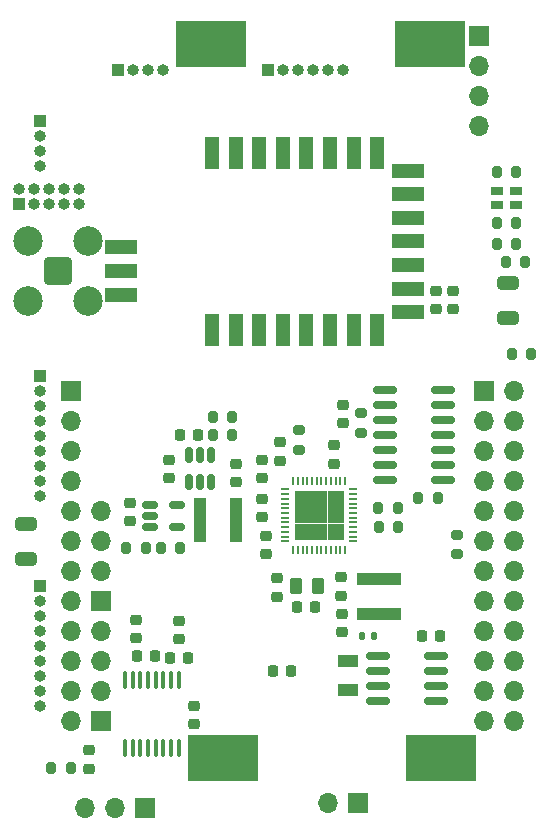
<source format=gts>
G04 #@! TF.GenerationSoftware,KiCad,Pcbnew,7.0.11-7.0.11~ubuntu23.10.1*
G04 #@! TF.CreationDate,2024-06-16T14:32:52+02:00*
G04 #@! TF.ProjectId,WiRoc_NanoPi,5769526f-635f-44e6-916e-6f50692e6b69,rev?*
G04 #@! TF.SameCoordinates,Original*
G04 #@! TF.FileFunction,Soldermask,Top*
G04 #@! TF.FilePolarity,Negative*
%FSLAX46Y46*%
G04 Gerber Fmt 4.6, Leading zero omitted, Abs format (unit mm)*
G04 Created by KiCad (PCBNEW 7.0.11-7.0.11~ubuntu23.10.1) date 2024-06-16 14:32:52*
%MOMM*%
%LPD*%
G01*
G04 APERTURE LIST*
G04 Aperture macros list*
%AMRoundRect*
0 Rectangle with rounded corners*
0 $1 Rounding radius*
0 $2 $3 $4 $5 $6 $7 $8 $9 X,Y pos of 4 corners*
0 Add a 4 corners polygon primitive as box body*
4,1,4,$2,$3,$4,$5,$6,$7,$8,$9,$2,$3,0*
0 Add four circle primitives for the rounded corners*
1,1,$1+$1,$2,$3*
1,1,$1+$1,$4,$5*
1,1,$1+$1,$6,$7*
1,1,$1+$1,$8,$9*
0 Add four rect primitives between the rounded corners*
20,1,$1+$1,$2,$3,$4,$5,0*
20,1,$1+$1,$4,$5,$6,$7,0*
20,1,$1+$1,$6,$7,$8,$9,0*
20,1,$1+$1,$8,$9,$2,$3,0*%
G04 Aperture macros list end*
%ADD10RoundRect,0.150000X-0.512500X-0.150000X0.512500X-0.150000X0.512500X0.150000X-0.512500X0.150000X0*%
%ADD11RoundRect,0.225000X-0.250000X0.225000X-0.250000X-0.225000X0.250000X-0.225000X0.250000X0.225000X0*%
%ADD12RoundRect,0.200000X-0.200000X-0.275000X0.200000X-0.275000X0.200000X0.275000X-0.200000X0.275000X0*%
%ADD13RoundRect,0.250000X0.650000X-0.325000X0.650000X0.325000X-0.650000X0.325000X-0.650000X-0.325000X0*%
%ADD14R,1.200000X2.800000*%
%ADD15R,2.800000X1.200000*%
%ADD16R,6.000000X4.000000*%
%ADD17R,1.700000X1.700000*%
%ADD18O,1.700000X1.700000*%
%ADD19RoundRect,0.200000X0.200000X0.275000X-0.200000X0.275000X-0.200000X-0.275000X0.200000X-0.275000X0*%
%ADD20RoundRect,0.225000X0.250000X-0.225000X0.250000X0.225000X-0.250000X0.225000X-0.250000X-0.225000X0*%
%ADD21O,0.700000X0.200000*%
%ADD22O,0.200000X0.700000*%
%ADD23R,1.400000X1.400000*%
%ADD24RoundRect,0.200000X-0.275000X0.200000X-0.275000X-0.200000X0.275000X-0.200000X0.275000X0.200000X0*%
%ADD25R,3.700000X1.100000*%
%ADD26RoundRect,0.225000X-0.225000X-0.250000X0.225000X-0.250000X0.225000X0.250000X-0.225000X0.250000X0*%
%ADD27RoundRect,0.250000X0.262500X0.450000X-0.262500X0.450000X-0.262500X-0.450000X0.262500X-0.450000X0*%
%ADD28RoundRect,0.225000X0.225000X0.250000X-0.225000X0.250000X-0.225000X-0.250000X0.225000X-0.250000X0*%
%ADD29R,1.000000X0.720000*%
%ADD30RoundRect,0.250000X-0.650000X0.325000X-0.650000X-0.325000X0.650000X-0.325000X0.650000X0.325000X0*%
%ADD31RoundRect,0.100000X-0.100000X0.637500X-0.100000X-0.637500X0.100000X-0.637500X0.100000X0.637500X0*%
%ADD32RoundRect,0.140000X0.140000X0.170000X-0.140000X0.170000X-0.140000X-0.170000X0.140000X-0.170000X0*%
%ADD33R,1.000000X1.000000*%
%ADD34O,1.000000X1.000000*%
%ADD35RoundRect,0.150000X-0.825000X-0.150000X0.825000X-0.150000X0.825000X0.150000X-0.825000X0.150000X0*%
%ADD36R,1.800000X1.000000*%
%ADD37RoundRect,0.200000X0.275000X-0.200000X0.275000X0.200000X-0.275000X0.200000X-0.275000X-0.200000X0*%
%ADD38R,1.100000X3.700000*%
%ADD39RoundRect,0.150000X-0.150000X0.512500X-0.150000X-0.512500X0.150000X-0.512500X0.150000X0.512500X0*%
%ADD40RoundRect,0.200100X-0.949900X0.949900X-0.949900X-0.949900X0.949900X-0.949900X0.949900X0.949900X0*%
%ADD41C,2.500000*%
G04 APERTURE END LIST*
D10*
G04 #@! TO.C,U5*
X11271200Y23570400D03*
X11271200Y22620400D03*
X11271200Y21670400D03*
X13546200Y21670400D03*
X13546200Y23570400D03*
G04 #@! TD*
D11*
G04 #@! TO.C,C7*
X6120000Y2781600D03*
X6120000Y1231600D03*
G04 #@! TD*
G04 #@! TO.C,C14*
X9563530Y23714680D03*
X9563530Y22164680D03*
G04 #@! TD*
D12*
G04 #@! TO.C,R9*
X9252400Y19928000D03*
X10902400Y19928000D03*
G04 #@! TD*
D13*
G04 #@! TO.C,C15*
X762000Y18972000D03*
X762000Y21922000D03*
G04 #@! TD*
D12*
G04 #@! TO.C,R4*
X2882000Y1295400D03*
X4532000Y1295400D03*
G04 #@! TD*
D14*
G04 #@! TO.C,U1*
X16500000Y38364800D03*
X18500000Y38364800D03*
X20500000Y38364800D03*
X22500000Y38364800D03*
X24500000Y38364800D03*
X26500000Y38364800D03*
X28500000Y38364800D03*
X30500000Y38364800D03*
D15*
X33100000Y39864800D03*
X33100000Y41864800D03*
X33100000Y43864800D03*
X33100000Y45864800D03*
X33100000Y47864800D03*
X33100000Y49864800D03*
X33100000Y51864800D03*
D14*
X30500000Y53364800D03*
X28500000Y53364800D03*
X26500000Y53364800D03*
X24500000Y53364800D03*
X22500000Y53364800D03*
X20500000Y53364800D03*
X18500000Y53364800D03*
X16500000Y53364800D03*
D15*
X8800000Y45364800D03*
X8800000Y43364800D03*
X8800000Y41364800D03*
G04 #@! TD*
D16*
G04 #@! TO.C,U6*
X16430000Y62600000D03*
X34930000Y62600000D03*
G04 #@! TD*
G04 #@! TO.C,U7*
X17430000Y2100000D03*
X35930000Y2100000D03*
G04 #@! TD*
D17*
G04 #@! TO.C,J6*
X10790000Y-2100000D03*
D18*
X8250000Y-2100000D03*
X5710000Y-2100000D03*
G04 #@! TD*
D19*
G04 #@! TO.C,R10*
X13823400Y19902600D03*
X12173400Y19902600D03*
G04 #@! TD*
G04 #@! TO.C,R12*
X43525000Y36300000D03*
X41875000Y36300000D03*
G04 #@! TD*
G04 #@! TO.C,R3*
X32258700Y21660100D03*
X30608700Y21660100D03*
G04 #@! TD*
D20*
G04 #@! TO.C,C10*
X22021800Y15785800D03*
X22021800Y17335800D03*
G04 #@! TD*
D21*
G04 #@! TO.C,U3*
X28470200Y20473600D03*
X28470200Y20873600D03*
X28470200Y21273600D03*
X28470200Y21673600D03*
X28470200Y22073600D03*
X28470200Y22473600D03*
X28470200Y22873600D03*
X28470200Y23273600D03*
X28470200Y23673600D03*
X28470200Y24073600D03*
X28470200Y24473600D03*
X28470200Y24873600D03*
D22*
X27770200Y25573600D03*
X27370200Y25573600D03*
X26970200Y25573600D03*
X26570200Y25573600D03*
X26170200Y25573600D03*
X25770200Y25573600D03*
X25370200Y25573600D03*
X24970200Y25573600D03*
X24570200Y25573600D03*
X24170200Y25573600D03*
X23770200Y25573600D03*
X23370200Y25573600D03*
D21*
X22670200Y24873600D03*
X22670200Y24473600D03*
X22670200Y24073600D03*
X22670200Y23673600D03*
X22670200Y23273600D03*
X22670200Y22873600D03*
X22670200Y22473600D03*
X22670200Y22073600D03*
X22670200Y21673600D03*
X22670200Y21273600D03*
X22670200Y20873600D03*
X22670200Y20473600D03*
D22*
X23370200Y19773600D03*
X23770200Y19773600D03*
X24170200Y19773600D03*
X24570200Y19773600D03*
X24970200Y19773600D03*
X25370200Y19773600D03*
X25770200Y19773600D03*
X26170200Y19773600D03*
X26570200Y19773600D03*
X26970200Y19773600D03*
X27370200Y19773600D03*
X27770200Y19773600D03*
D23*
X26970200Y21273600D03*
X26970200Y22673600D03*
X26970200Y24073600D03*
X25570200Y21273600D03*
X25570200Y22673600D03*
X25570200Y24073600D03*
X24170200Y21273600D03*
X24170200Y22673600D03*
X24170200Y24073600D03*
G04 #@! TD*
D24*
G04 #@! TO.C,R2*
X23876000Y29882600D03*
X23876000Y28232600D03*
G04 #@! TD*
D20*
G04 #@! TO.C,C5*
X20726400Y22542200D03*
X20726400Y24092200D03*
G04 #@! TD*
D19*
G04 #@! TO.C,R1*
X32246700Y23299600D03*
X30596700Y23299600D03*
G04 #@! TD*
D25*
G04 #@! TO.C,L1*
X30632400Y17324200D03*
X30632400Y14324200D03*
G04 #@! TD*
D11*
G04 #@! TO.C,C4*
X21056600Y20917200D03*
X21056600Y19367200D03*
G04 #@! TD*
D20*
G04 #@! TO.C,C11*
X27482800Y12814000D03*
X27482800Y14364000D03*
G04 #@! TD*
D26*
G04 #@! TO.C,C9*
X23710600Y14935200D03*
X25260600Y14935200D03*
G04 #@! TD*
D20*
G04 #@! TO.C,C1*
X26840000Y27055000D03*
X26840000Y28605000D03*
G04 #@! TD*
G04 #@! TO.C,C6*
X22301200Y27317400D03*
X22301200Y28867400D03*
G04 #@! TD*
D27*
G04 #@! TO.C,R5*
X25474300Y16687800D03*
X23649300Y16687800D03*
G04 #@! TD*
D28*
G04 #@! TO.C,C3*
X23175000Y9525000D03*
X21625000Y9525000D03*
G04 #@! TD*
D19*
G04 #@! TO.C,R11*
X43025000Y44100000D03*
X41375000Y44100000D03*
G04 #@! TD*
D11*
G04 #@! TO.C,C18*
X36900000Y41675000D03*
X36900000Y40125000D03*
G04 #@! TD*
D19*
G04 #@! TO.C,R6*
X42272740Y47400500D03*
X40622740Y47400500D03*
G04 #@! TD*
G04 #@! TO.C,R13*
X42242260Y51756600D03*
X40592260Y51756600D03*
G04 #@! TD*
G04 #@! TO.C,R14*
X42282900Y45678380D03*
X40632900Y45678380D03*
G04 #@! TD*
D29*
G04 #@! TO.C,D1*
X42252820Y48964420D03*
X40652820Y48964420D03*
X40652820Y50144420D03*
X42252820Y50144420D03*
G04 #@! TD*
D30*
G04 #@! TO.C,C17*
X41560000Y42375000D03*
X41560000Y39425000D03*
G04 #@! TD*
D11*
G04 #@! TO.C,C16*
X35500000Y41675000D03*
X35500000Y40125000D03*
G04 #@! TD*
D17*
G04 #@! TO.C,U2*
X39128000Y63240000D03*
D18*
X39128000Y60700000D03*
X39128000Y58160000D03*
X39128000Y55620000D03*
G04 #@! TD*
D20*
G04 #@! TO.C,C2*
X20751800Y25818800D03*
X20751800Y27368800D03*
G04 #@! TD*
G04 #@! TO.C,C8*
X27406600Y15887400D03*
X27406600Y17437400D03*
G04 #@! TD*
D17*
G04 #@! TO.C,J7*
X39570000Y33235000D03*
D18*
X42110000Y33235000D03*
X39570000Y30695000D03*
X42110000Y30695000D03*
X39570000Y28155000D03*
X42110000Y28155000D03*
X39570000Y25615000D03*
X42110000Y25615000D03*
X39570000Y23075000D03*
X42110000Y23075000D03*
X39570000Y20535000D03*
X42110000Y20535000D03*
X39570000Y17995000D03*
X42110000Y17995000D03*
X39570000Y15455000D03*
X42110000Y15455000D03*
X39570000Y12915000D03*
X42110000Y12915000D03*
X39570000Y10375000D03*
X42110000Y10375000D03*
X39570000Y7835000D03*
X42110000Y7835000D03*
X39570000Y5295000D03*
X42110000Y5295000D03*
D17*
X4560000Y33235000D03*
D18*
X4560000Y30695000D03*
X4560000Y28155000D03*
X4560000Y25615000D03*
X4560000Y23075000D03*
X4560000Y20535000D03*
X4560000Y17995000D03*
X4560000Y15455000D03*
X4560000Y12915000D03*
X4560000Y10375000D03*
X4560000Y7835000D03*
X4560000Y5295000D03*
D17*
X7100000Y5295000D03*
D18*
X7100000Y7835000D03*
X7100000Y10375000D03*
X7100000Y12915000D03*
D17*
X7100000Y15455000D03*
D18*
X7100000Y17995000D03*
X7100000Y20535000D03*
X7100000Y23075000D03*
G04 #@! TD*
D31*
G04 #@! TO.C,U8*
X13686334Y8731271D03*
X13036334Y8731271D03*
X12386334Y8731271D03*
X11736334Y8731271D03*
X11086334Y8731271D03*
X10436334Y8731271D03*
X9786334Y8731271D03*
X9136334Y8731271D03*
X9136334Y3006271D03*
X9786334Y3006271D03*
X10436334Y3006271D03*
X11086334Y3006271D03*
X11736334Y3006271D03*
X12386334Y3006271D03*
X13036334Y3006271D03*
X13686334Y3006271D03*
G04 #@! TD*
D32*
G04 #@! TO.C,C12*
X30198000Y12446000D03*
X29238000Y12446000D03*
G04 #@! TD*
D33*
G04 #@! TO.C,J8*
X21250000Y60400000D03*
D34*
X22520000Y60400000D03*
X23790000Y60400000D03*
X25060000Y60400000D03*
X26330000Y60400000D03*
X27600000Y60400000D03*
G04 #@! TD*
D20*
G04 #@! TO.C,C26*
X12851000Y25818800D03*
X12851000Y27368800D03*
G04 #@! TD*
D12*
G04 #@! TO.C,R16*
X16572600Y29514800D03*
X18222600Y29514800D03*
G04 #@! TD*
D33*
G04 #@! TO.C,J1*
X190000Y49000000D03*
D34*
X190000Y50270000D03*
X1460000Y49000000D03*
X1460000Y50270000D03*
X2730000Y49000000D03*
X2730000Y50270000D03*
X4000000Y49000000D03*
X4000000Y50270000D03*
X5270000Y49000000D03*
X5270000Y50270000D03*
G04 #@! TD*
D20*
G04 #@! TO.C,C21*
X14986505Y4990800D03*
X14986505Y6540800D03*
G04 #@! TD*
D35*
G04 #@! TO.C,U9*
X30545000Y10795000D03*
X30545000Y9525000D03*
X30545000Y8255000D03*
X30545000Y6985000D03*
X35495000Y6985000D03*
X35495000Y8255000D03*
X35495000Y9525000D03*
X35495000Y10795000D03*
G04 #@! TD*
D28*
G04 #@! TO.C,C22*
X11675000Y10800000D03*
X10125000Y10800000D03*
G04 #@! TD*
D19*
G04 #@! TO.C,R15*
X18222600Y31013400D03*
X16572600Y31013400D03*
G04 #@! TD*
D28*
G04 #@! TO.C,C20*
X14504505Y10617200D03*
X12954505Y10617200D03*
G04 #@! TD*
D36*
G04 #@! TO.C,Y1*
X28002000Y10374000D03*
X28002000Y7874000D03*
G04 #@! TD*
D37*
G04 #@! TO.C,R17*
X29083000Y29655000D03*
X29083000Y31305000D03*
G04 #@! TD*
D28*
G04 #@! TO.C,C13*
X35827000Y12446000D03*
X34277000Y12446000D03*
G04 #@! TD*
D38*
G04 #@! TO.C,L3*
X18518000Y22250400D03*
X15518000Y22250400D03*
G04 #@! TD*
D35*
G04 #@! TO.C,U4*
X31118000Y33274000D03*
X31118000Y32004000D03*
X31118000Y30734000D03*
X31118000Y29464000D03*
X31118000Y28194000D03*
X31118000Y26924000D03*
X31118000Y25654000D03*
X36068000Y25654000D03*
X36068000Y26924000D03*
X36068000Y28194000D03*
X36068000Y29464000D03*
X36068000Y30734000D03*
X36068000Y32004000D03*
X36068000Y33274000D03*
G04 #@! TD*
D19*
G04 #@! TO.C,R7*
X35623000Y24130000D03*
X33973000Y24130000D03*
G04 #@! TD*
D39*
G04 #@! TO.C,U10*
X16427400Y27776600D03*
X15477400Y27776600D03*
X14527400Y27776600D03*
X14527400Y25501600D03*
X15477400Y25501600D03*
X16427400Y25501600D03*
G04 #@! TD*
D24*
G04 #@! TO.C,R8*
X37211000Y21018000D03*
X37211000Y19368000D03*
G04 #@! TD*
D33*
G04 #@! TO.C,J2*
X8550000Y60400000D03*
D34*
X9820000Y60400000D03*
X11090000Y60400000D03*
X12360000Y60400000D03*
G04 #@! TD*
D11*
G04 #@! TO.C,C24*
X10109705Y13830600D03*
X10109705Y12280600D03*
G04 #@! TD*
D28*
G04 #@! TO.C,C25*
X15327800Y29514800D03*
X13777800Y29514800D03*
G04 #@! TD*
D20*
G04 #@! TO.C,C27*
X18515200Y25463200D03*
X18515200Y27013200D03*
G04 #@! TD*
D11*
G04 #@! TO.C,C23*
X13711334Y13748371D03*
X13711334Y12198371D03*
G04 #@! TD*
D20*
G04 #@! TO.C,C19*
X27559000Y30467000D03*
X27559000Y32017000D03*
G04 #@! TD*
D17*
G04 #@! TO.C,SW1*
X28830000Y-1670000D03*
D18*
X26290000Y-1670000D03*
G04 #@! TD*
D40*
G04 #@! TO.C,J9*
X3450000Y43357800D03*
D41*
X5990000Y45897800D03*
X910000Y45897800D03*
X5990000Y40817800D03*
X910000Y40817800D03*
G04 #@! TD*
D33*
G04 #@! TO.C,J10*
X1950000Y34505000D03*
D34*
X1950000Y33235000D03*
X1950000Y31965000D03*
X1950000Y30695000D03*
X1950000Y29425000D03*
X1950000Y28155000D03*
X1950000Y26885000D03*
X1950000Y25615000D03*
X1950000Y24345000D03*
G04 #@! TD*
D33*
G04 #@! TO.C,J4*
X1950000Y16725000D03*
D34*
X1950000Y15455000D03*
X1950000Y14185000D03*
X1950000Y12915000D03*
X1950000Y11645000D03*
X1950000Y10375000D03*
X1950000Y9105000D03*
X1950000Y7835000D03*
X1950000Y6565000D03*
G04 #@! TD*
D33*
G04 #@! TO.C,J5*
X1950000Y56095000D03*
D34*
X1950000Y54825000D03*
X1950000Y53555000D03*
X1950000Y52285000D03*
G04 #@! TD*
M02*

</source>
